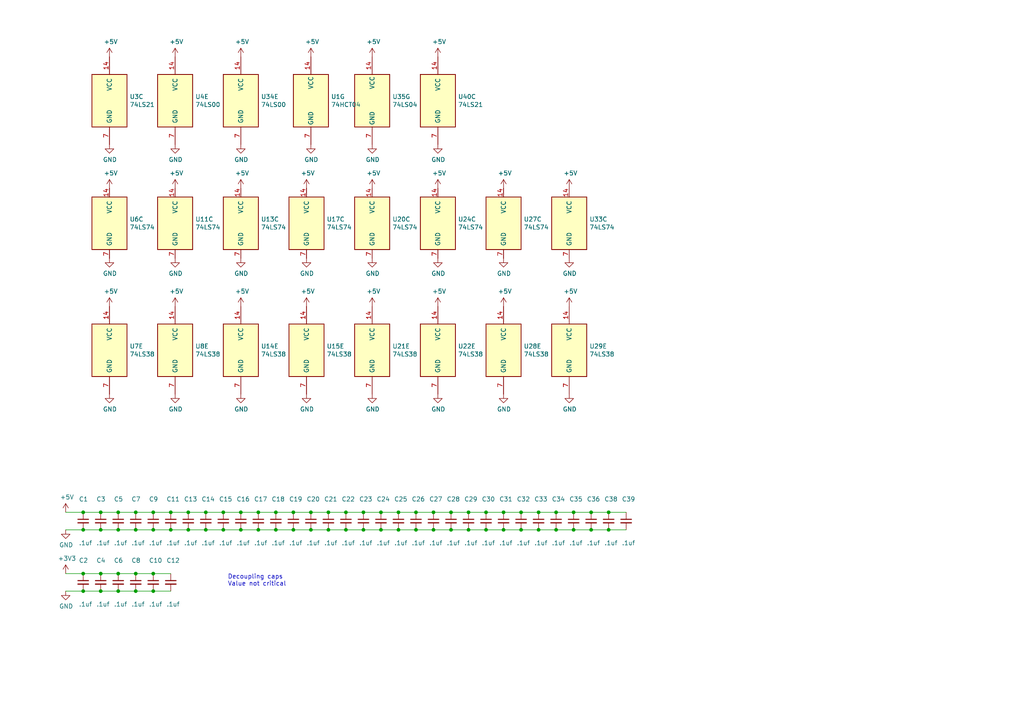
<source format=kicad_sch>
(kicad_sch (version 20230121) (generator eeschema)
  (paper "A4")
  (title_block (title "Nova FeRAM Memory Replacement") (date "2021-11-09") (rev "Mk. 0") (company "Cheese Car Systems"))
  (lib_symbols
    (symbol "74xx:74HCT04"
      (property "Reference" "U" (at 0 1.27 0))
      (property "Value" "74HCT04" (at 0 -1.27 0))
      (symbol "74HCT04_1_0"
        (pin input line (at -7.62 0 0) (length 3.81) (name "~") (number "1"))
        (pin output inverted (at 7.62 0 180) (length 3.81) (name "~") (number "2"))
      )
      (symbol "74HCT04_2_0"
        (pin input line (at -7.62 0 0) (length 3.81) (name "~") (number "3"))
        (pin output inverted (at 7.62 0 180) (length 3.81) (name "~") (number "4"))
      )
      (symbol "74HCT04_3_0"
        (pin input line (at -7.62 0 0) (length 3.81) (name "~") (number "5"))
        (pin output inverted (at 7.62 0 180) (length 3.81) (name "~") (number "6"))
      )
      (symbol "74HCT04_4_0"
        (pin output inverted (at 7.62 0 180) (length 3.81) (name "~") (number "8"))
        (pin input line (at -7.62 0 0) (length 3.81) (name "~") (number "9"))
      )
      (symbol "74HCT04_5_0"
        (pin output inverted (at 7.62 0 180) (length 3.81) (name "~") (number "10"))
        (pin input line (at -7.62 0 0) (length 3.81) (name "~") (number "11"))
      )
      (symbol "74HCT04_6_0"
        (pin output inverted (at 7.62 0 180) (length 3.81) (name "~") (number "12"))
        (pin input line (at -7.62 0 0) (length 3.81) (name "~") (number "13"))
      )
      (symbol "74HCT04_7_0"
        (pin power_in line (at 0 12.7 270) (length 5.08) (name "VCC") (number "14"))
        (pin power_in line (at 0 -12.7 90) (length 5.08) (name "GND") (number "7"))
      )
    )
    (symbol "74xx:74LS00" (pin_names (offset 1.016))
      (property "Reference" "U" (at 0 1.27 0))
      (property "Value" "74LS00" (at 0 -1.27 0))
      (symbol "74LS00_1_1"
        (pin input line (at -7.62 2.54 0) (length 3.81) (name "~") (number "1"))
        (pin input line (at -7.62 -2.54 0) (length 3.81) (name "~") (number "2"))
        (pin output inverted (at 7.62 0 180) (length 3.81) (name "~") (number "3"))
      )
      (symbol "74LS00_1_2"
        (pin input inverted (at -7.62 2.54 0) (length 4.318) (name "~") (number "1"))
        (pin input inverted (at -7.62 -2.54 0) (length 4.318) (name "~") (number "2"))
        (pin output line (at 7.62 0 180) (length 3.81) (name "~") (number "3"))
      )
      (symbol "74LS00_2_1"
        (pin input line (at -7.62 2.54 0) (length 3.81) (name "~") (number "4"))
        (pin input line (at -7.62 -2.54 0) (length 3.81) (name "~") (number "5"))
        (pin output inverted (at 7.62 0 180) (length 3.81) (name "~") (number "6"))
      )
      (symbol "74LS00_2_2"
        (pin input inverted (at -7.62 2.54 0) (length 4.318) (name "~") (number "4"))
        (pin input inverted (at -7.62 -2.54 0) (length 4.318) (name "~") (number "5"))
        (pin output line (at 7.62 0 180) (length 3.81) (name "~") (number "6"))
      )
      (symbol "74LS00_3_1"
        (pin input line (at -7.62 -2.54 0) (length 3.81) (name "~") (number "10"))
        (pin output inverted (at 7.62 0 180) (length 3.81) (name "~") (number "8"))
        (pin input line (at -7.62 2.54 0) (length 3.81) (name "~") (number "9"))
      )
      (symbol "74LS00_3_2"
        (pin input inverted (at -7.62 -2.54 0) (length 4.318) (name "~") (number "10"))
        (pin output line (at 7.62 0 180) (length 3.81) (name "~") (number "8"))
        (pin input inverted (at -7.62 2.54 0) (length 4.318) (name "~") (number "9"))
      )
      (symbol "74LS00_4_1"
        (pin output inverted (at 7.62 0 180) (length 3.81) (name "~") (number "11"))
        (pin input line (at -7.62 2.54 0) (length 3.81) (name "~") (number "12"))
        (pin input line (at -7.62 -2.54 0) (length 3.81) (name "~") (number "13"))
      )
      (symbol "74LS00_4_2"
        (pin output line (at 7.62 0 180) (length 3.81) (name "~") (number "11"))
        (pin input inverted (at -7.62 2.54 0) (length 4.318) (name "~") (number "12"))
        (pin input inverted (at -7.62 -2.54 0) (length 4.318) (name "~") (number "13"))
      )
      (symbol "74LS00_5_0"
        (pin power_in line (at 0 12.7 270) (length 5.08) (name "VCC") (number "14"))
        (pin power_in line (at 0 -12.7 90) (length 5.08) (name "GND") (number "7"))
      )
    )
    (symbol "74xx:74LS04"
      (property "Reference" "U" (at 0 1.27 0))
      (property "Value" "74LS04" (at 0 -1.27 0))
      (symbol "74LS04_1_0"
        (pin input line (at -7.62 0 0) (length 3.81) (name "~") (number "1"))
        (pin output inverted (at 7.62 0 180) (length 3.81) (name "~") (number "2"))
      )
      (symbol "74LS04_2_0"
        (pin input line (at -7.62 0 0) (length 3.81) (name "~") (number "3"))
        (pin output inverted (at 7.62 0 180) (length 3.81) (name "~") (number "4"))
      )
      (symbol "74LS04_3_0"
        (pin input line (at -7.62 0 0) (length 3.81) (name "~") (number "5"))
        (pin output inverted (at 7.62 0 180) (length 3.81) (name "~") (number "6"))
      )
      (symbol "74LS04_4_0"
        (pin output inverted (at 7.62 0 180) (length 3.81) (name "~") (number "8"))
        (pin input line (at -7.62 0 0) (length 3.81) (name "~") (number "9"))
      )
      (symbol "74LS04_5_0"
        (pin output inverted (at 7.62 0 180) (length 3.81) (name "~") (number "10"))
        (pin input line (at -7.62 0 0) (length 3.81) (name "~") (number "11"))
      )
      (symbol "74LS04_6_0"
        (pin output inverted (at 7.62 0 180) (length 3.81) (name "~") (number "12"))
        (pin input line (at -7.62 0 0) (length 3.81) (name "~") (number "13"))
      )
      (symbol "74LS04_7_0"
        (pin power_in line (at 0 12.7 270) (length 5.08) (name "VCC") (number "14"))
        (pin power_in line (at 0 -12.7 90) (length 5.08) (name "GND") (number "7"))
      )
    )
    (symbol "74xx:74LS21" (pin_names (offset 1.016))
      (property "Reference" "U" (at 0 1.27 0))
      (property "Value" "74LS21" (at 0 -1.27 0))
      (symbol "74LS21_1_1"
        (pin input line (at -7.62 3.81 0) (length 3.81) (name "~") (number "1"))
        (pin input line (at -7.62 1.27 0) (length 3.81) (name "~") (number "2"))
        (pin input line (at -7.62 -1.27 0) (length 3.81) (name "~") (number "4"))
        (pin input line (at -7.62 -3.81 0) (length 3.81) (name "~") (number "5"))
        (pin output line (at 7.62 0 180) (length 3.81) (name "~") (number "6"))
      )
      (symbol "74LS21_1_2"
        (pin input inverted (at -7.62 3.81 0) (length 3.81) (name "~") (number "1"))
        (pin input inverted (at -7.62 1.27 0) (length 4.826) (name "~") (number "2"))
        (pin input inverted (at -7.62 -1.27 0) (length 4.826) (name "~") (number "4"))
        (pin input inverted (at -7.62 -3.81 0) (length 3.81) (name "~") (number "5"))
        (pin output inverted (at 7.62 0 180) (length 3.81) (name "~") (number "6"))
      )
      (symbol "74LS21_2_1"
        (pin input line (at -7.62 1.27 0) (length 3.81) (name "~") (number "10"))
        (pin input line (at -7.62 -1.27 0) (length 3.81) (name "~") (number "12"))
        (pin input line (at -7.62 -3.81 0) (length 3.81) (name "~") (number "13"))
        (pin output line (at 7.62 0 180) (length 3.81) (name "~") (number "8"))
        (pin input line (at -7.62 3.81 0) (length 3.81) (name "~") (number "9"))
      )
      (symbol "74LS21_2_2"
        (pin input inverted (at -7.62 1.27 0) (length 4.826) (name "~") (number "10"))
        (pin input inverted (at -7.62 -1.27 0) (length 4.826) (name "~") (number "12"))
        (pin input inverted (at -7.62 -3.81 0) (length 3.81) (name "~") (number "13"))
        (pin output inverted (at 7.62 0 180) (length 3.81) (name "~") (number "8"))
        (pin input inverted (at -7.62 3.81 0) (length 3.81) (name "~") (number "9"))
      )
      (symbol "74LS21_3_0"
        (pin power_in line (at 0 12.7 270) (length 5.08) (name "VCC") (number "14"))
        (pin power_in line (at 0 -12.7 90) (length 5.08) (name "GND") (number "7"))
      )
    )
    (symbol "74xx:74LS38" (pin_names (offset 1.016))
      (property "Reference" "U" (at 0 1.27 0))
      (property "Value" "74LS38" (at 0 -1.27 0))
      (symbol "74LS38_1_1"
        (pin input line (at -7.62 2.54 0) (length 3.81) (name "~") (number "1"))
        (pin input line (at -7.62 -2.54 0) (length 3.81) (name "~") (number "2"))
        (pin open_collector inverted (at 7.62 0 180) (length 3.81) (name "~") (number "3"))
      )
      (symbol "74LS38_1_2"
        (pin input inverted (at -7.62 2.54 0) (length 4.318) (name "~") (number "1"))
        (pin input inverted (at -7.62 -2.54 0) (length 4.318) (name "~") (number "2"))
        (pin open_collector line (at 7.62 0 180) (length 3.81) (name "~") (number "3"))
      )
      (symbol "74LS38_2_1"
        (pin input line (at -7.62 2.54 0) (length 3.81) (name "~") (number "4"))
        (pin input line (at -7.62 -2.54 0) (length 3.81) (name "~") (number "5"))
        (pin open_collector inverted (at 7.62 0 180) (length 3.81) (name "~") (number "6"))
      )
      (symbol "74LS38_2_2"
        (pin input inverted (at -7.62 2.54 0) (length 4.318) (name "~") (number "4"))
        (pin input inverted (at -7.62 -2.54 0) (length 4.318) (name "~") (number "5"))
        (pin open_collector line (at 7.62 0 180) (length 3.81) (name "~") (number "6"))
      )
      (symbol "74LS38_3_1"
        (pin input line (at -7.62 -2.54 0) (length 3.81) (name "~") (number "10"))
        (pin open_collector inverted (at 7.62 0 180) (length 3.81) (name "~") (number "8"))
        (pin input line (at -7.62 2.54 0) (length 3.81) (name "~") (number "9"))
      )
      (symbol "74LS38_3_2"
        (pin input inverted (at -7.62 -2.54 0) (length 4.318) (name "~") (number "10"))
        (pin open_collector line (at 7.62 0 180) (length 3.81) (name "~") (number "8"))
        (pin input inverted (at -7.62 2.54 0) (length 4.318) (name "~") (number "9"))
      )
      (symbol "74LS38_4_1"
        (pin open_collector inverted (at 7.62 0 180) (length 3.81) (name "~") (number "11"))
        (pin input line (at -7.62 2.54 0) (length 3.81) (name "~") (number "12"))
        (pin input line (at -7.62 -2.54 0) (length 3.81) (name "~") (number "13"))
      )
      (symbol "74LS38_4_2"
        (pin open_collector line (at 7.62 0 180) (length 3.81) (name "~") (number "11"))
        (pin input inverted (at -7.62 2.54 0) (length 4.318) (name "~") (number "12"))
        (pin input inverted (at -7.62 -2.54 0) (length 4.318) (name "~") (number "13"))
      )
      (symbol "74LS38_5_0"
        (pin power_in line (at 0 12.7 270) (length 5.08) (name "VCC") (number "14"))
        (pin power_in line (at 0 -12.7 90) (length 5.08) (name "GND") (number "7"))
      )
    )
    (symbol "74xx:74LS74" (pin_names (offset 1.016))
      (property "Reference" "U" (at -7.62 8.89 0))
      (property "Value" "74LS74" (at -7.62 -8.89 0))
      (symbol "74LS74_1_0"
        (pin input line (at 0 -7.62 90) (length 2.54) (name "~{R}") (number "1"))
        (pin input line (at -7.62 2.54 0) (length 2.54) (name "D") (number "2"))
        (pin input clock (at -7.62 0 0) (length 2.54) (name "C") (number "3"))
        (pin input line (at 0 7.62 270) (length 2.54) (name "~{S}") (number "4"))
        (pin output line (at 7.62 2.54 180) (length 2.54) (name "Q") (number "5"))
        (pin output line (at 7.62 -2.54 180) (length 2.54) (name "~{Q}") (number "6"))
      )
      (symbol "74LS74_2_0"
        (pin input line (at 0 7.62 270) (length 2.54) (name "~{S}") (number "10"))
        (pin input clock (at -7.62 0 0) (length 2.54) (name "C") (number "11"))
        (pin input line (at -7.62 2.54 0) (length 2.54) (name "D") (number "12"))
        (pin input line (at 0 -7.62 90) (length 2.54) (name "~{R}") (number "13"))
        (pin output line (at 7.62 -2.54 180) (length 2.54) (name "~{Q}") (number "8"))
        (pin output line (at 7.62 2.54 180) (length 2.54) (name "Q") (number "9"))
      )
      (symbol "74LS74_3_0"
        (pin power_in line (at 0 10.16 270) (length 2.54) (name "VCC") (number "14"))
        (pin power_in line (at 0 -10.16 90) (length 2.54) (name "GND") (number "7"))
      )
    )
    (symbol "Device:C_Small" (pin_numbers hide) (pin_names (offset 0.254) hide)
      (property "Reference" "C" (at 0.254 1.778 0))
      (property "Value" "C_Small" (at 0.254 -2.032 0))
      (symbol "C_Small_1_1"
        (pin passive line (at 0 2.54 270) (length 2.032) (name "~") (number "1"))
        (pin passive line (at 0 -2.54 90) (length 2.032) (name "~") (number "2"))
      )
    )
    (symbol "power:+3V3" (power) (pin_names (offset 0))
      (property "Value" "+3V3" (at 0 3.556 0))
      (symbol "+3V3_1_1"
        (pin power_in line (at 0 0 90) (length 0) hide (name "+3V3") (number "1"))
      )
    )
    (symbol "power:+5V" (power) (pin_names (offset 0))
      (property "Value" "+5V" (at 0 3.556 0))
      (symbol "+5V_1_1"
        (pin power_in line (at 0 0 90) (length 0) hide (name "+5V") (number "1"))
      )
    )
    (symbol "power:GND" (power) (pin_names (offset 0))
      (property "Value" "GND" (at 0 -3.81 0))
      (symbol "GND_1_1"
        (pin power_in line (at 0 0 270) (length 0) hide (name "GND") (number "1"))
      )
    )
  )
  (junction (at 95.25 153.67))
  (junction (at 80.01 148.59))
  (junction (at 54.61 153.67))
  (junction (at 24.13 148.59))
  (junction (at 39.37 148.59))
  (junction (at 171.45 153.67))
  (junction (at 24.13 166.37))
  (junction (at 29.21 166.37))
  (junction (at 24.13 171.45))
  (junction (at 44.45 153.67))
  (junction (at 85.09 148.59))
  (junction (at 74.93 148.59))
  (junction (at 39.37 166.37))
  (junction (at 105.41 153.67))
  (junction (at 161.29 153.67))
  (junction (at 100.33 148.59))
  (junction (at 54.61 148.59))
  (junction (at 59.69 153.67))
  (junction (at 44.45 171.45))
  (junction (at 161.29 148.59))
  (junction (at 90.17 153.67))
  (junction (at 140.97 153.67))
  (junction (at 69.85 148.59))
  (junction (at 125.73 148.59))
  (junction (at 156.21 148.59))
  (junction (at 69.85 153.67))
  (junction (at 130.81 148.59))
  (junction (at 64.77 153.67))
  (junction (at 146.05 153.67))
  (junction (at 85.09 153.67))
  (junction (at 120.65 153.67))
  (junction (at 135.89 148.59))
  (junction (at 59.69 148.59))
  (junction (at 90.17 148.59))
  (junction (at 140.97 148.59))
  (junction (at 151.13 153.67))
  (junction (at 74.93 153.67))
  (junction (at 120.65 148.59))
  (junction (at 44.45 148.59))
  (junction (at 29.21 171.45))
  (junction (at 34.29 153.67))
  (junction (at 49.53 153.67))
  (junction (at 110.49 148.59))
  (junction (at 95.25 148.59))
  (junction (at 115.57 148.59))
  (junction (at 105.41 148.59))
  (junction (at 34.29 148.59))
  (junction (at 44.45 166.37))
  (junction (at 29.21 148.59))
  (junction (at 171.45 148.59))
  (junction (at 49.53 148.59))
  (junction (at 135.89 153.67))
  (junction (at 146.05 148.59))
  (junction (at 130.81 153.67))
  (junction (at 115.57 153.67))
  (junction (at 39.37 171.45))
  (junction (at 125.73 153.67))
  (junction (at 156.21 153.67))
  (junction (at 151.13 148.59))
  (junction (at 80.01 153.67))
  (junction (at 24.13 153.67))
  (junction (at 34.29 166.37))
  (junction (at 39.37 153.67))
  (junction (at 166.37 148.59))
  (junction (at 176.53 153.67))
  (junction (at 34.29 171.45))
  (junction (at 110.49 153.67))
  (junction (at 100.33 153.67))
  (junction (at 166.37 153.67))
  (junction (at 29.21 153.67))
  (junction (at 176.53 148.59))
  (junction (at 64.77 148.59))
  (wire (pts (xy 95.25 148.59) (xy 90.17 148.59)))
  (wire (pts (xy 39.37 171.45) (xy 44.45 171.45)))
  (wire (pts (xy 24.13 153.67) (xy 29.21 153.67)))
  (wire (pts (xy 64.77 148.59) (xy 59.69 148.59)))
  (wire (pts (xy 44.45 166.37) (xy 49.53 166.37)))
  (wire (pts (xy 176.53 153.67) (xy 181.61 153.67)))
  (wire (pts (xy 19.05 166.37) (xy 24.13 166.37)))
  (wire (pts (xy 100.33 148.59) (xy 95.25 148.59)))
  (wire (pts (xy 161.29 148.59) (xy 156.21 148.59)))
  (wire (pts (xy 44.45 153.67) (xy 49.53 153.67)))
  (wire (pts (xy 80.01 148.59) (xy 74.93 148.59)))
  (wire (pts (xy 85.09 148.59) (xy 80.01 148.59)))
  (wire (pts (xy 120.65 153.67) (xy 125.73 153.67)))
  (wire (pts (xy 146.05 148.59) (xy 140.97 148.59)))
  (wire (pts (xy 140.97 153.67) (xy 146.05 153.67)))
  (wire (pts (xy 151.13 153.67) (xy 156.21 153.67)))
  (wire (pts (xy 29.21 153.67) (xy 34.29 153.67)))
  (wire (pts (xy 171.45 148.59) (xy 176.53 148.59)))
  (wire (pts (xy 24.13 166.37) (xy 29.21 166.37)))
  (wire (pts (xy 24.13 171.45) (xy 29.21 171.45)))
  (wire (pts (xy 130.81 148.59) (xy 125.73 148.59)))
  (wire (pts (xy 39.37 148.59) (xy 34.29 148.59)))
  (wire (pts (xy 59.69 148.59) (xy 54.61 148.59)))
  (wire (pts (xy 69.85 153.67) (xy 74.93 153.67)))
  (wire (pts (xy 74.93 153.67) (xy 80.01 153.67)))
  (wire (pts (xy 130.81 153.67) (xy 135.89 153.67)))
  (wire (pts (xy 24.13 153.67) (xy 19.05 153.67)))
  (wire (pts (xy 49.53 148.59) (xy 44.45 148.59)))
  (wire (pts (xy 90.17 153.67) (xy 95.25 153.67)))
  (wire (pts (xy 64.77 153.67) (xy 69.85 153.67)))
  (wire (pts (xy 39.37 153.67) (xy 44.45 153.67)))
  (wire (pts (xy 135.89 148.59) (xy 130.81 148.59)))
  (wire (pts (xy 90.17 148.59) (xy 85.09 148.59)))
  (wire (pts (xy 135.89 153.67) (xy 140.97 153.67)))
  (wire (pts (xy 105.41 148.59) (xy 100.33 148.59)))
  (wire (pts (xy 34.29 148.59) (xy 29.21 148.59)))
  (wire (pts (xy 85.09 153.67) (xy 90.17 153.67)))
  (wire (pts (xy 44.45 148.59) (xy 39.37 148.59)))
  (wire (pts (xy 120.65 148.59) (xy 115.57 148.59)))
  (wire (pts (xy 110.49 153.67) (xy 115.57 153.67)))
  (wire (pts (xy 105.41 153.67) (xy 110.49 153.67)))
  (wire (pts (xy 115.57 148.59) (xy 110.49 148.59)))
  (wire (pts (xy 171.45 153.67) (xy 176.53 153.67)))
  (wire (pts (xy 74.93 148.59) (xy 69.85 148.59)))
  (wire (pts (xy 29.21 171.45) (xy 34.29 171.45)))
  (wire (pts (xy 125.73 153.67) (xy 130.81 153.67)))
  (wire (pts (xy 19.05 148.59) (xy 24.13 148.59)))
  (wire (pts (xy 95.25 153.67) (xy 100.33 153.67)))
  (wire (pts (xy 34.29 153.67) (xy 39.37 153.67)))
  (wire (pts (xy 24.13 171.45) (xy 19.05 171.45)))
  (wire (pts (xy 29.21 166.37) (xy 34.29 166.37)))
  (wire (pts (xy 140.97 148.59) (xy 135.89 148.59)))
  (wire (pts (xy 29.21 148.59) (xy 24.13 148.59)))
  (wire (pts (xy 49.53 153.67) (xy 54.61 153.67)))
  (wire (pts (xy 156.21 148.59) (xy 151.13 148.59)))
  (wire (pts (xy 69.85 148.59) (xy 64.77 148.59)))
  (wire (pts (xy 115.57 153.67) (xy 120.65 153.67)))
  (wire (pts (xy 34.29 166.37) (xy 39.37 166.37)))
  (wire (pts (xy 44.45 171.45) (xy 49.53 171.45)))
  (wire (pts (xy 156.21 153.67) (xy 161.29 153.67)))
  (wire (pts (xy 151.13 148.59) (xy 146.05 148.59)))
  (wire (pts (xy 166.37 148.59) (xy 161.29 148.59)))
  (wire (pts (xy 54.61 148.59) (xy 49.53 148.59)))
  (wire (pts (xy 176.53 148.59) (xy 181.61 148.59)))
  (wire (pts (xy 146.05 153.67) (xy 151.13 153.67)))
  (wire (pts (xy 125.73 148.59) (xy 120.65 148.59)))
  (wire (pts (xy 100.33 153.67) (xy 105.41 153.67)))
  (wire (pts (xy 34.29 171.45) (xy 39.37 171.45)))
  (wire (pts (xy 39.37 166.37) (xy 44.45 166.37)))
  (wire (pts (xy 161.29 153.67) (xy 166.37 153.67)))
  (wire (pts (xy 171.45 148.59) (xy 166.37 148.59)))
  (wire (pts (xy 59.69 153.67) (xy 64.77 153.67)))
  (wire (pts (xy 80.01 153.67) (xy 85.09 153.67)))
  (wire (pts (xy 110.49 148.59) (xy 105.41 148.59)))
  (wire (pts (xy 166.37 153.67) (xy 171.45 153.67)))
  (wire (pts (xy 54.61 153.67) (xy 59.69 153.67)))
  (text "Decoupling caps\nValue not critical" (at 66.04 170.18 0) (effects (font (size 1.27 1.27)) (justify left bottom)))
  (symbol (lib_id "74xx:74LS38") (at 31.75 101.6 0) (unit 5)
    (property "Reference" "U7" (at 37.592 100.4316 0) (effects (justify left)))
    (property "Value" "74LS38" (at 37.592 102.743 0) (effects (justify left)))
    (property "Footprint" "Package_DIP:DIP-14_W7.62mm_Socket_LongPads" (effects hide))
    (property "Datasheet" "http://www.ti.com/lit/gpn/sn74LS38" (effects hide))
    (instances (project "NovaMem" (path "" (reference "U7") (unit 5)) (path "" (reference "U?") (unit 5))))
  )
  (symbol (lib_id "74xx:74LS38") (at 50.8 101.6 0) (unit 5)
    (property "Reference" "U8" (at 56.642 100.4316 0) (effects (justify left)))
    (property "Value" "74LS38" (at 56.642 102.743 0) (effects (justify left)))
    (property "Footprint" "Package_DIP:DIP-14_W7.62mm_Socket_LongPads" (effects hide))
    (property "Datasheet" "http://www.ti.com/lit/gpn/sn74LS38" (effects hide))
    (instances (project "NovaMem" (path "" (reference "U8") (unit 5)) (path "" (reference "U?") (unit 5))))
  )
  (symbol (lib_id "74xx:74LS38") (at 69.85 101.6 0) (unit 5)
    (property "Reference" "U14" (at 75.692 100.4316 0) (effects (justify left)))
    (property "Value" "74LS38" (at 75.692 102.743 0) (effects (justify left)))
    (property "Footprint" "Package_DIP:DIP-14_W7.62mm_Socket_LongPads" (effects hide))
    (property "Datasheet" "http://www.ti.com/lit/gpn/sn74LS38" (effects hide))
    (instances (project "NovaMem" (path "" (reference "U14") (unit 5)) (path "" (reference "U?") (unit 5))))
  )
  (symbol (lib_id "74xx:74LS38") (at 88.9 101.6 0) (unit 5)
    (property "Reference" "U15" (at 94.742 100.4316 0) (effects (justify left)))
    (property "Value" "74LS38" (at 94.742 102.743 0) (effects (justify left)))
    (property "Footprint" "Package_DIP:DIP-14_W7.62mm_Socket_LongPads" (effects hide))
    (property "Datasheet" "http://www.ti.com/lit/gpn/sn74LS38" (effects hide))
    (instances (project "NovaMem" (path "" (reference "U15") (unit 5)) (path "" (reference "U?") (unit 5))))
  )
  (symbol (lib_id "74xx:74LS38") (at 107.95 101.6 0) (unit 5)
    (property "Reference" "U21" (at 113.792 100.4316 0) (effects (justify left)))
    (property "Value" "74LS38" (at 113.792 102.743 0) (effects (justify left)))
    (property "Footprint" "Package_DIP:DIP-14_W7.62mm_Socket_LongPads" (effects hide))
    (property "Datasheet" "http://www.ti.com/lit/gpn/sn74LS38" (effects hide))
    (instances (project "NovaMem" (path "" (reference "U21") (unit 5)) (path "" (reference "U?") (unit 5))))
  )
  (symbol (lib_id "74xx:74LS38") (at 127 101.6 0) (unit 5)
    (property "Reference" "U22" (at 132.842 100.4316 0) (effects (justify left)))
    (property "Value" "74LS38" (at 132.842 102.743 0) (effects (justify left)))
    (property "Footprint" "Package_DIP:DIP-14_W7.62mm_Socket_LongPads" (effects hide))
    (property "Datasheet" "http://www.ti.com/lit/gpn/sn74LS38" (effects hide))
    (instances (project "NovaMem" (path "" (reference "U22") (unit 5)) (path "" (reference "U?") (unit 5))))
  )
  (symbol (lib_id "74xx:74LS38") (at 146.05 101.6 0) (unit 5)
    (property "Reference" "U28" (at 151.892 100.4316 0) (effects (justify left)))
    (property "Value" "74LS38" (at 151.892 102.743 0) (effects (justify left)))
    (property "Footprint" "Package_DIP:DIP-14_W7.62mm_Socket_LongPads" (effects hide))
    (property "Datasheet" "http://www.ti.com/lit/gpn/sn74LS38" (effects hide))
    (instances (project "NovaMem" (path "" (reference "U28") (unit 5)) (path "" (reference "U?") (unit 5))))
  )
  (symbol (lib_id "74xx:74LS38") (at 165.1 101.6 0) (unit 5)
    (property "Reference" "U29" (at 170.942 100.4316 0) (effects (justify left)))
    (property "Value" "74LS38" (at 170.942 102.743 0) (effects (justify left)))
    (property "Footprint" "Package_DIP:DIP-14_W7.62mm_Socket_LongPads" (effects hide))
    (property "Datasheet" "http://www.ti.com/lit/gpn/sn74LS38" (effects hide))
    (instances (project "NovaMem" (path "" (reference "U29") (unit 5)) (path "" (reference "U?") (unit 5))))
  )
  (symbol (lib_id "74xx:74LS74") (at 31.75 64.77 0) (unit 3)
    (property "Reference" "U6" (at 37.592 63.6016 0) (effects (justify left)))
    (property "Value" "74LS74" (at 37.592 65.913 0) (effects (justify left)))
    (property "Footprint" "Package_DIP:DIP-14_W7.62mm_Socket_LongPads" (effects hide))
    (property "Datasheet" "74xx/74hc_hct74.pdf" (effects hide))
    (instances (project "NovaMem" (path "" (reference "U6") (unit 3)) (path "" (reference "U?") (unit 3))))
  )
  (symbol (lib_id "74xx:74LS74") (at 50.8 64.77 0) (unit 3)
    (property "Reference" "U11" (at 56.642 63.6016 0) (effects (justify left)))
    (property "Value" "74LS74" (at 56.642 65.913 0) (effects (justify left)))
    (property "Footprint" "Package_DIP:DIP-14_W7.62mm_Socket_LongPads" (effects hide))
    (property "Datasheet" "74xx/74hc_hct74.pdf" (effects hide))
    (instances (project "NovaMem" (path "" (reference "U11") (unit 3)) (path "" (reference "U?") (unit 3))))
  )
  (symbol (lib_id "74xx:74LS74") (at 69.85 64.77 0) (unit 3)
    (property "Reference" "U13" (at 75.692 63.6016 0) (effects (justify left)))
    (property "Value" "74LS74" (at 75.692 65.913 0) (effects (justify left)))
    (property "Footprint" "Package_DIP:DIP-14_W7.62mm_Socket_LongPads" (effects hide))
    (property "Datasheet" "74xx/74hc_hct74.pdf" (effects hide))
    (instances (project "NovaMem" (path "" (reference "U13") (unit 3)) (path "" (reference "U?") (unit 3))))
  )
  (symbol (lib_id "74xx:74LS74") (at 88.9 64.77 0) (unit 3)
    (property "Reference" "U17" (at 94.742 63.6016 0) (effects (justify left)))
    (property "Value" "74LS74" (at 94.742 65.913 0) (effects (justify left)))
    (property "Footprint" "Package_DIP:DIP-14_W7.62mm_Socket_LongPads" (effects hide))
    (property "Datasheet" "74xx/74hc_hct74.pdf" (effects hide))
    (instances (project "NovaMem" (path "" (reference "U17") (unit 3)) (path "" (reference "U?") (unit 3))))
  )
  (symbol (lib_id "74xx:74LS74") (at 107.95 64.77 0) (unit 3)
    (property "Reference" "U20" (at 113.792 63.6016 0) (effects (justify left)))
    (property "Value" "74LS74" (at 113.792 65.913 0) (effects (justify left)))
    (property "Footprint" "Package_DIP:DIP-14_W7.62mm_Socket_LongPads" (effects hide))
    (property "Datasheet" "74xx/74hc_hct74.pdf" (effects hide))
    (instances (project "NovaMem" (path "" (reference "U20") (unit 3)) (path "" (reference "U?") (unit 3))))
  )
  (symbol (lib_id "74xx:74LS74") (at 127 64.77 0) (unit 3)
    (property "Reference" "U24" (at 132.842 63.6016 0) (effects (justify left)))
    (property "Value" "74LS74" (at 132.842 65.913 0) (effects (justify left)))
    (property "Footprint" "Package_DIP:DIP-14_W7.62mm_Socket_LongPads" (effects hide))
    (property "Datasheet" "74xx/74hc_hct74.pdf" (effects hide))
    (instances (project "NovaMem" (path "" (reference "U24") (unit 3)) (path "" (reference "U?") (unit 3))))
  )
  (symbol (lib_id "74xx:74LS74") (at 146.05 64.77 0) (unit 3)
    (property "Reference" "U27" (at 151.892 63.6016 0) (effects (justify left)))
    (property "Value" "74LS74" (at 151.892 65.913 0) (effects (justify left)))
    (property "Footprint" "Package_DIP:DIP-14_W7.62mm_Socket_LongPads" (effects hide))
    (property "Datasheet" "74xx/74hc_hct74.pdf" (effects hide))
    (instances (project "NovaMem" (path "" (reference "U27") (unit 3)) (path "" (reference "U?") (unit 3))))
  )
  (symbol (lib_id "74xx:74LS74") (at 165.1 64.77 0) (unit 3)
    (property "Reference" "U33" (at 170.942 63.6016 0) (effects (justify left)))
    (property "Value" "74LS74" (at 170.942 65.913 0) (effects (justify left)))
    (property "Footprint" "Package_DIP:DIP-14_W7.62mm_Socket_LongPads" (effects hide))
    (property "Datasheet" "74xx/74hc_hct74.pdf" (effects hide))
    (instances (project "NovaMem" (path "" (reference "U33") (unit 3)) (path "" (reference "U?") (unit 3))))
  )
  (symbol (lib_id "74xx:74LS21") (at 31.75 29.21 0) (unit 3)
    (property "Reference" "U3" (at 37.592 28.0416 0) (effects (justify left)))
    (property "Value" "74LS21" (at 37.592 30.353 0) (effects (justify left)))
    (property "Footprint" "Package_DIP:DIP-14_W7.62mm_Socket_LongPads" (effects hide))
    (property "Datasheet" "http://www.ti.com/lit/gpn/sn74LS21" (effects hide))
    (instances (project "NovaMem" (path "" (reference "U3") (unit 3)) (path "" (reference "U?") (unit 3))))
  )
  (symbol (lib_id "power:+5V") (at 31.75 54.61 0) (unit 1)
    (property "Reference" "#PWR0134" (effects hide))
    (property "Value" "+5V" (at 32.131 50.2158 0))
  )
  (symbol (lib_id "power:+5V") (at 50.8 54.61 0) (unit 1)
    (property "Reference" "#PWR0135" (effects hide))
    (property "Value" "+5V" (at 51.181 50.2158 0))
  )
  (symbol (lib_id "power:+5V") (at 69.85 54.61 0) (unit 1)
    (property "Reference" "#PWR0136" (effects hide))
    (property "Value" "+5V" (at 70.231 50.2158 0))
  )
  (symbol (lib_id "power:+5V") (at 88.9 54.61 0) (unit 1)
    (property "Reference" "#PWR0137" (effects hide))
    (property "Value" "+5V" (at 89.281 50.2158 0))
  )
  (symbol (lib_id "power:+5V") (at 107.95 54.61 0) (unit 1)
    (property "Reference" "#PWR0138" (effects hide))
    (property "Value" "+5V" (at 108.331 50.2158 0))
  )
  (symbol (lib_id "power:+5V") (at 127 54.61 0) (unit 1)
    (property "Reference" "#PWR0139" (effects hide))
    (property "Value" "+5V" (at 127.381 50.2158 0))
  )
  (symbol (lib_id "power:+5V") (at 146.05 54.61 0) (unit 1)
    (property "Reference" "#PWR0140" (effects hide))
    (property "Value" "+5V" (at 146.431 50.2158 0))
  )
  (symbol (lib_id "power:+5V") (at 165.1 54.61 0) (unit 1)
    (property "Reference" "#PWR0141" (effects hide))
    (property "Value" "+5V" (at 165.481 50.2158 0))
  )
  (symbol (lib_id "power:+5V") (at 31.75 16.51 0) (unit 1)
    (property "Reference" "#PWR0142" (effects hide))
    (property "Value" "+5V" (at 32.131 12.1158 0))
  )
  (symbol (lib_id "power:+5V") (at 31.75 88.9 0) (unit 1)
    (property "Reference" "#PWR0143" (effects hide))
    (property "Value" "+5V" (at 32.131 84.5058 0))
  )
  (symbol (lib_id "power:+5V") (at 50.8 88.9 0) (unit 1)
    (property "Reference" "#PWR0144" (effects hide))
    (property "Value" "+5V" (at 51.181 84.5058 0))
  )
  (symbol (lib_id "power:+5V") (at 69.85 88.9 0) (unit 1)
    (property "Reference" "#PWR0145" (effects hide))
    (property "Value" "+5V" (at 70.231 84.5058 0))
  )
  (symbol (lib_id "power:+5V") (at 88.9 88.9 0) (unit 1)
    (property "Reference" "#PWR0146" (effects hide))
    (property "Value" "+5V" (at 89.281 84.5058 0))
  )
  (symbol (lib_id "power:+5V") (at 107.95 88.9 0) (unit 1)
    (property "Reference" "#PWR0147" (effects hide))
    (property "Value" "+5V" (at 108.331 84.5058 0))
  )
  (symbol (lib_id "power:+5V") (at 127 88.9 0) (unit 1)
    (property "Reference" "#PWR0148" (effects hide))
    (property "Value" "+5V" (at 127.381 84.5058 0))
  )
  (symbol (lib_id "power:+5V") (at 146.05 88.9 0) (unit 1)
    (property "Reference" "#PWR0149" (effects hide))
    (property "Value" "+5V" (at 146.431 84.5058 0))
  )
  (symbol (lib_id "power:+5V") (at 165.1 88.9 0) (unit 1)
    (property "Reference" "#PWR0150" (effects hide))
    (property "Value" "+5V" (at 165.481 84.5058 0))
  )
  (symbol (lib_id "power:GND") (at 31.75 74.93 0) (unit 1)
    (property "Reference" "#PWR0151" (effects hide))
    (property "Value" "GND" (at 31.877 79.3242 0))
  )
  (symbol (lib_id "power:GND") (at 50.8 74.93 0) (unit 1)
    (property "Reference" "#PWR0152" (effects hide))
    (property "Value" "GND" (at 50.927 79.3242 0))
  )
  (symbol (lib_id "power:GND") (at 69.85 74.93 0) (unit 1)
    (property "Reference" "#PWR0153" (effects hide))
    (property "Value" "GND" (at 69.977 79.3242 0))
  )
  (symbol (lib_id "power:GND") (at 88.9 74.93 0) (unit 1)
    (property "Reference" "#PWR0154" (effects hide))
    (property "Value" "GND" (at 89.027 79.3242 0))
  )
  (symbol (lib_id "power:GND") (at 107.95 74.93 0) (unit 1)
    (property "Reference" "#PWR0155" (effects hide))
    (property "Value" "GND" (at 108.077 79.3242 0))
  )
  (symbol (lib_id "power:GND") (at 127 74.93 0) (unit 1)
    (property "Reference" "#PWR0156" (effects hide))
    (property "Value" "GND" (at 127.127 79.3242 0))
  )
  (symbol (lib_id "power:GND") (at 146.05 74.93 0) (unit 1)
    (property "Reference" "#PWR0157" (effects hide))
    (property "Value" "GND" (at 146.177 79.3242 0))
  )
  (symbol (lib_id "power:GND") (at 165.1 74.93 0) (unit 1)
    (property "Reference" "#PWR0158" (effects hide))
    (property "Value" "GND" (at 165.227 79.3242 0))
  )
  (symbol (lib_id "power:GND") (at 31.75 114.3 0) (unit 1)
    (property "Reference" "#PWR0159" (effects hide))
    (property "Value" "GND" (at 31.877 118.6942 0))
  )
  (symbol (lib_id "power:GND") (at 50.8 114.3 0) (unit 1)
    (property "Reference" "#PWR0160" (effects hide))
    (property "Value" "GND" (at 50.927 118.6942 0))
  )
  (symbol (lib_id "power:GND") (at 69.85 114.3 0) (unit 1)
    (property "Reference" "#PWR0161" (effects hide))
    (property "Value" "GND" (at 69.977 118.6942 0))
  )
  (symbol (lib_id "power:GND") (at 88.9 114.3 0) (unit 1)
    (property "Reference" "#PWR0162" (effects hide))
    (property "Value" "GND" (at 89.027 118.6942 0))
  )
  (symbol (lib_id "power:GND") (at 107.95 114.3 0) (unit 1)
    (property "Reference" "#PWR0163" (effects hide))
    (property "Value" "GND" (at 108.077 118.6942 0))
  )
  (symbol (lib_id "power:GND") (at 127 114.3 0) (unit 1)
    (property "Reference" "#PWR0164" (effects hide))
    (property "Value" "GND" (at 127.127 118.6942 0))
  )
  (symbol (lib_id "power:GND") (at 146.05 114.3 0) (unit 1)
    (property "Reference" "#PWR0165" (effects hide))
    (property "Value" "GND" (at 146.177 118.6942 0))
  )
  (symbol (lib_id "power:GND") (at 165.1 114.3 0) (unit 1)
    (property "Reference" "#PWR0166" (effects hide))
    (property "Value" "GND" (at 165.227 118.6942 0))
  )
  (symbol (lib_id "power:GND") (at 31.75 41.91 0) (unit 1)
    (property "Reference" "#PWR0167" (effects hide))
    (property "Value" "GND" (at 31.877 46.3042 0))
  )
  (symbol (lib_id "74xx:74LS00") (at 50.8 29.21 0) (unit 5)
    (property "Reference" "U4" (at 56.642 28.0416 0) (effects (justify left)))
    (property "Value" "74LS00" (at 56.642 30.353 0) (effects (justify left)))
    (property "Footprint" "Package_DIP:DIP-14_W7.62mm_Socket_LongPads" (effects hide))
    (property "Datasheet" "http://www.ti.com/lit/gpn/sn74ls00" (effects hide))
    (instances (project "NovaMem" (path "" (reference "U4") (unit 5)) (path "" (reference "U?") (unit 5))))
  )
  (symbol (lib_id "power:+5V") (at 50.8 16.51 0) (unit 1)
    (property "Reference" "#PWR03" (effects hide))
    (property "Value" "+5V" (at 51.181 12.1158 0))
  )
  (symbol (lib_id "power:GND") (at 50.8 41.91 0) (unit 1)
    (property "Reference" "#PWR04" (effects hide))
    (property "Value" "GND" (at 50.927 46.3042 0))
  )
  (symbol (lib_id "74xx:74HCT04") (at 90.17 29.21 0) (unit 7)
    (property "Reference" "U1" (at 96.012 28.0416 0) (effects (justify left)))
    (property "Value" "74HCT04" (at 96.012 30.353 0) (effects (justify left)))
    (property "Footprint" "Package_DIP:DIP-14_W7.62mm_Socket_LongPads" (effects hide))
    (property "Datasheet" "https://assets.nexperia.com/documents/data-sheet/74HC_HCT04.pdf" (effects hide))
  )
  (symbol (lib_id "74xx:74LS00") (at 69.85 29.21 0) (unit 5)
    (property "Reference" "U34" (at 75.692 28.0416 0) (effects (justify left)))
    (property "Value" "74LS00" (at 75.692 30.353 0) (effects (justify left)))
    (property "Footprint" "Package_DIP:DIP-14_W7.62mm_Socket_LongPads" (effects hide))
    (property "Datasheet" "http://www.ti.com/lit/gpn/sn74ls00" (effects hide))
    (instances (project "NovaMem" (path "" (reference "U34") (unit 5)) (path "" (reference "U?") (unit 5))))
  )
  (symbol (lib_id "power:+5V") (at 69.85 16.51 0) (unit 1)
    (property "Reference" "#PWR05" (effects hide))
    (property "Value" "+5V" (at 70.231 12.1158 0))
  )
  (symbol (lib_id "power:GND") (at 69.85 41.91 0) (unit 1)
    (property "Reference" "#PWR06" (effects hide))
    (property "Value" "GND" (at 69.977 46.3042 0))
  )
  (symbol (lib_id "power:GND") (at 90.17 41.91 0) (unit 1)
    (property "Reference" "#PWR08" (effects hide))
    (property "Value" "GND" (at 90.297 46.3042 0))
  )
  (symbol (lib_id "power:+5V") (at 90.17 16.51 0) (unit 1)
    (property "Reference" "#PWR07" (effects hide))
    (property "Value" "+5V" (at 90.551 12.1158 0))
  )
  (symbol (lib_id "Device:C_Small") (at 24.13 151.13 0) (unit 1)
    (property "Reference" "C1" (at 22.86 144.78 0) (effects (justify left)))
    (property "Value" ".1uf" (at 22.86 157.48 0) (effects (justify left)))
    (property "Footprint" "Capacitor_THT:C_Disc_D3.4mm_W2.1mm_P2.50mm" (effects hide))
  )
  (symbol (lib_id "Device:C_Small") (at 29.21 151.13 0) (unit 1)
    (property "Reference" "C3" (at 27.94 144.78 0) (effects (justify left)))
    (property "Value" ".1uf" (at 27.94 157.48 0) (effects (justify left)))
    (property "Footprint" "Capacitor_THT:C_Disc_D3.4mm_W2.1mm_P2.50mm" (effects hide))
  )
  (symbol (lib_id "Device:C_Small") (at 34.29 151.13 0) (unit 1)
    (property "Reference" "C5" (at 33.02 144.78 0) (effects (justify left)))
    (property "Value" ".1uf" (at 33.02 157.48 0) (effects (justify left)))
    (property "Footprint" "Capacitor_THT:C_Disc_D3.4mm_W2.1mm_P2.50mm" (effects hide))
  )
  (symbol (lib_id "Device:C_Small") (at 39.37 151.13 0) (unit 1)
    (property "Reference" "C7" (at 38.1 144.78 0) (effects (justify left)))
    (property "Value" ".1uf" (at 38.1 157.48 0) (effects (justify left)))
    (property "Footprint" "Capacitor_THT:C_Disc_D3.4mm_W2.1mm_P2.50mm" (effects hide))
  )
  (symbol (lib_id "Device:C_Small") (at 44.45 151.13 0) (unit 1)
    (property "Reference" "C9" (at 43.18 144.78 0) (effects (justify left)))
    (property "Value" ".1uf" (at 43.18 157.48 0) (effects (justify left)))
    (property "Footprint" "Capacitor_THT:C_Disc_D3.4mm_W2.1mm_P2.50mm" (effects hide))
  )
  (symbol (lib_id "Device:C_Small") (at 49.53 151.13 0) (unit 1)
    (property "Reference" "C11" (at 48.26 144.78 0) (effects (justify left)))
    (property "Value" ".1uf" (at 48.26 157.48 0) (effects (justify left)))
    (property "Footprint" "Capacitor_THT:C_Disc_D3.4mm_W2.1mm_P2.50mm" (effects hide))
  )
  (symbol (lib_id "Device:C_Small") (at 54.61 151.13 0) (unit 1)
    (property "Reference" "C13" (at 53.34 144.78 0) (effects (justify left)))
    (property "Value" ".1uf" (at 53.34 157.48 0) (effects (justify left)))
    (property "Footprint" "Capacitor_THT:C_Disc_D3.4mm_W2.1mm_P2.50mm" (effects hide))
  )
  (symbol (lib_id "Device:C_Small") (at 59.69 151.13 0) (unit 1)
    (property "Reference" "C14" (at 58.42 144.78 0) (effects (justify left)))
    (property "Value" ".1uf" (at 58.42 157.48 0) (effects (justify left)))
    (property "Footprint" "Capacitor_THT:C_Disc_D3.4mm_W2.1mm_P2.50mm" (effects hide))
  )
  (symbol (lib_id "Device:C_Small") (at 64.77 151.13 0) (unit 1)
    (property "Reference" "C15" (at 63.5 144.78 0) (effects (justify left)))
    (property "Value" ".1uf" (at 63.5 157.48 0) (effects (justify left)))
    (property "Footprint" "Capacitor_THT:C_Disc_D3.4mm_W2.1mm_P2.50mm" (effects hide))
  )
  (symbol (lib_id "Device:C_Small") (at 69.85 151.13 0) (unit 1)
    (property "Reference" "C16" (at 68.58 144.78 0) (effects (justify left)))
    (property "Value" ".1uf" (at 68.58 157.48 0) (effects (justify left)))
    (property "Footprint" "Capacitor_THT:C_Disc_D3.4mm_W2.1mm_P2.50mm" (effects hide))
  )
  (symbol (lib_id "Device:C_Small") (at 74.93 151.13 0) (unit 1)
    (property "Reference" "C17" (at 73.66 144.78 0) (effects (justify left)))
    (property "Value" ".1uf" (at 73.66 157.48 0) (effects (justify left)))
    (property "Footprint" "Capacitor_THT:C_Disc_D3.4mm_W2.1mm_P2.50mm" (effects hide))
  )
  (symbol (lib_id "Device:C_Small") (at 80.01 151.13 0) (unit 1)
    (property "Reference" "C18" (at 78.74 144.78 0) (effects (justify left)))
    (property "Value" ".1uf" (at 78.74 157.48 0) (effects (justify left)))
    (property "Footprint" "Capacitor_THT:C_Disc_D3.4mm_W2.1mm_P2.50mm" (effects hide))
  )
  (symbol (lib_id "Device:C_Small") (at 85.09 151.13 0) (unit 1)
    (property "Reference" "C19" (at 83.82 144.78 0) (effects (justify left)))
    (property "Value" ".1uf" (at 83.82 157.48 0) (effects (justify left)))
    (property "Footprint" "Capacitor_THT:C_Disc_D3.4mm_W2.1mm_P2.50mm" (effects hide))
  )
  (symbol (lib_id "Device:C_Small") (at 90.17 151.13 0) (unit 1)
    (property "Reference" "C20" (at 88.9 144.78 0) (effects (justify left)))
    (property "Value" ".1uf" (at 88.9 157.48 0) (effects (justify left)))
    (property "Footprint" "Capacitor_THT:C_Disc_D3.4mm_W2.1mm_P2.50mm" (effects hide))
  )
  (symbol (lib_id "Device:C_Small") (at 95.25 151.13 0) (unit 1)
    (property "Reference" "C21" (at 93.98 144.78 0) (effects (justify left)))
    (property "Value" ".1uf" (at 93.98 157.48 0) (effects (justify left)))
    (property "Footprint" "Capacitor_THT:C_Disc_D3.4mm_W2.1mm_P2.50mm" (effects hide))
  )
  (symbol (lib_id "Device:C_Small") (at 100.33 151.13 0) (unit 1)
    (property "Reference" "C22" (at 99.06 144.78 0) (effects (justify left)))
    (property "Value" ".1uf" (at 99.06 157.48 0) (effects (justify left)))
    (property "Footprint" "Capacitor_THT:C_Disc_D3.4mm_W2.1mm_P2.50mm" (effects hide))
  )
  (symbol (lib_id "Device:C_Small") (at 105.41 151.13 0) (unit 1)
    (property "Reference" "C23" (at 104.14 144.78 0) (effects (justify left)))
    (property "Value" ".1uf" (at 104.14 157.48 0) (effects (justify left)))
    (property "Footprint" "Capacitor_THT:C_Disc_D3.4mm_W2.1mm_P2.50mm" (effects hide))
  )
  (symbol (lib_id "Device:C_Small") (at 110.49 151.13 0) (unit 1)
    (property "Reference" "C24" (at 109.22 144.78 0) (effects (justify left)))
    (property "Value" ".1uf" (at 109.22 157.48 0) (effects (justify left)))
    (property "Footprint" "Capacitor_THT:C_Disc_D3.4mm_W2.1mm_P2.50mm" (effects hide))
  )
  (symbol (lib_id "Device:C_Small") (at 115.57 151.13 0) (unit 1)
    (property "Reference" "C25" (at 114.3 144.78 0) (effects (justify left)))
    (property "Value" ".1uf" (at 114.3 157.48 0) (effects (justify left)))
    (property "Footprint" "Capacitor_THT:C_Disc_D3.4mm_W2.1mm_P2.50mm" (effects hide))
  )
  (symbol (lib_id "Device:C_Small") (at 120.65 151.13 0) (unit 1)
    (property "Reference" "C26" (at 119.38 144.78 0) (effects (justify left)))
    (property "Value" ".1uf" (at 119.38 157.48 0) (effects (justify left)))
    (property "Footprint" "Capacitor_THT:C_Disc_D3.4mm_W2.1mm_P2.50mm" (effects hide))
  )
  (symbol (lib_id "Device:C_Small") (at 125.73 151.13 0) (unit 1)
    (property "Reference" "C27" (at 124.46 144.78 0) (effects (justify left)))
    (property "Value" ".1uf" (at 124.46 157.48 0) (effects (justify left)))
    (property "Footprint" "Capacitor_THT:C_Disc_D3.4mm_W2.1mm_P2.50mm" (effects hide))
  )
  (symbol (lib_id "Device:C_Small") (at 130.81 151.13 0) (unit 1)
    (property "Reference" "C28" (at 129.54 144.78 0) (effects (justify left)))
    (property "Value" ".1uf" (at 129.54 157.48 0) (effects (justify left)))
    (property "Footprint" "Capacitor_THT:C_Disc_D3.4mm_W2.1mm_P2.50mm" (effects hide))
  )
  (symbol (lib_id "Device:C_Small") (at 135.89 151.13 0) (unit 1)
    (property "Reference" "C29" (at 134.62 144.78 0) (effects (justify left)))
    (property "Value" ".1uf" (at 134.62 157.48 0) (effects (justify left)))
    (property "Footprint" "Capacitor_THT:C_Disc_D3.4mm_W2.1mm_P2.50mm" (effects hide))
  )
  (symbol (lib_id "Device:C_Small") (at 140.97 151.13 0) (unit 1)
    (property "Reference" "C30" (at 139.7 144.78 0) (effects (justify left)))
    (property "Value" ".1uf" (at 139.7 157.48 0) (effects (justify left)))
    (property "Footprint" "Capacitor_THT:C_Disc_D3.4mm_W2.1mm_P2.50mm" (effects hide))
  )
  (symbol (lib_id "Device:C_Small") (at 146.05 151.13 0) (unit 1)
    (property "Reference" "C31" (at 144.78 144.78 0) (effects (justify left)))
    (property "Value" ".1uf" (at 144.78 157.48 0) (effects (justify left)))
    (property "Footprint" "Capacitor_THT:C_Disc_D3.4mm_W2.1mm_P2.50mm" (effects hide))
  )
  (symbol (lib_id "Device:C_Small") (at 151.13 151.13 0) (unit 1)
    (property "Reference" "C32" (at 149.86 144.78 0) (effects (justify left)))
    (property "Value" ".1uf" (at 149.86 157.48 0) (effects (justify left)))
    (property "Footprint" "Capacitor_THT:C_Disc_D3.4mm_W2.1mm_P2.50mm" (effects hide))
  )
  (symbol (lib_id "Device:C_Small") (at 156.21 151.13 0) (unit 1)
    (property "Reference" "C33" (at 154.94 144.78 0) (effects (justify left)))
    (property "Value" ".1uf" (at 154.94 157.48 0) (effects (justify left)))
    (property "Footprint" "Capacitor_THT:C_Disc_D3.4mm_W2.1mm_P2.50mm" (effects hide))
  )
  (symbol (lib_id "Device:C_Small") (at 161.29 151.13 0) (unit 1)
    (property "Reference" "C34" (at 160.02 144.78 0) (effects (justify left)))
    (property "Value" ".1uf" (at 160.02 157.48 0) (effects (justify left)))
    (property "Footprint" "Capacitor_THT:C_Disc_D3.4mm_W2.1mm_P2.50mm" (effects hide))
  )
  (symbol (lib_id "Device:C_Small") (at 166.37 151.13 0) (unit 1)
    (property "Reference" "C35" (at 165.1 144.78 0) (effects (justify left)))
    (property "Value" ".1uf" (at 165.1 157.48 0) (effects (justify left)))
    (property "Footprint" "Capacitor_THT:C_Disc_D3.4mm_W2.1mm_P2.50mm" (effects hide))
  )
  (symbol (lib_id "Device:C_Small") (at 171.45 151.13 0) (unit 1)
    (property "Reference" "C36" (at 170.18 144.78 0) (effects (justify left)))
    (property "Value" ".1uf" (at 170.18 157.48 0) (effects (justify left)))
    (property "Footprint" "Capacitor_THT:C_Disc_D3.4mm_W2.1mm_P2.50mm" (effects hide))
  )
  (symbol (lib_id "Device:C_Small") (at 24.13 168.91 0) (unit 1)
    (property "Reference" "C2" (at 22.86 162.56 0) (effects (justify left)))
    (property "Value" ".1uf" (at 22.86 175.26 0) (effects (justify left)))
    (property "Footprint" "Capacitor_THT:C_Disc_D3.4mm_W2.1mm_P2.50mm" (effects hide))
  )
  (symbol (lib_id "Device:C_Small") (at 29.21 168.91 0) (unit 1)
    (property "Reference" "C4" (at 27.94 162.56 0) (effects (justify left)))
    (property "Value" ".1uf" (at 27.94 175.26 0) (effects (justify left)))
    (property "Footprint" "Capacitor_THT:C_Disc_D3.4mm_W2.1mm_P2.50mm" (effects hide))
  )
  (symbol (lib_id "Device:C_Small") (at 34.29 168.91 0) (unit 1)
    (property "Reference" "C6" (at 33.02 162.56 0) (effects (justify left)))
    (property "Value" ".1uf" (at 33.02 175.26 0) (effects (justify left)))
    (property "Footprint" "Capacitor_THT:C_Disc_D3.4mm_W2.1mm_P2.50mm" (effects hide))
  )
  (symbol (lib_id "Device:C_Small") (at 39.37 168.91 0) (unit 1)
    (property "Reference" "C8" (at 38.1 162.56 0) (effects (justify left)))
    (property "Value" ".1uf" (at 38.1 175.26 0) (effects (justify left)))
    (property "Footprint" "Capacitor_THT:C_Disc_D3.4mm_W2.1mm_P2.50mm" (effects hide))
  )
  (symbol (lib_id "Device:C_Small") (at 44.45 168.91 0) (unit 1)
    (property "Reference" "C10" (at 43.18 162.56 0) (effects (justify left)))
    (property "Value" ".1uf" (at 43.18 175.26 0) (effects (justify left)))
    (property "Footprint" "Capacitor_THT:C_Disc_D3.4mm_W2.1mm_P2.50mm" (effects hide))
  )
  (symbol (lib_id "Device:C_Small") (at 49.53 168.91 0) (unit 1)
    (property "Reference" "C12" (at 48.26 162.56 0) (effects (justify left)))
    (property "Value" ".1uf" (at 48.26 175.26 0) (effects (justify left)))
    (property "Footprint" "Capacitor_THT:C_Disc_D3.4mm_W2.1mm_P2.50mm" (effects hide))
  )
  (symbol (lib_id "power:+3V3") (at 19.05 166.37 0) (unit 1)
    (property "Reference" "#PWR0172" (effects hide))
    (property "Value" "+3V3" (at 19.431 161.9758 0))
  )
  (symbol (lib_id "power:GND") (at 19.05 171.45 0) (unit 1)
    (property "Reference" "#PWR0173" (effects hide))
    (property "Value" "GND" (at 19.177 175.8442 0))
  )
  (symbol (lib_id "power:GND") (at 19.05 153.67 0) (unit 1)
    (property "Reference" "#PWR0174" (effects hide))
    (property "Value" "GND" (at 19.177 158.0642 0))
  )
  (symbol (lib_id "power:+5V") (at 19.05 148.59 0) (unit 1)
    (property "Reference" "#PWR0175" (effects hide))
    (property "Value" "+5V" (at 19.431 144.1958 0))
  )
  (symbol (lib_id "74xx:74LS04") (at 107.95 29.21 0) (unit 7)
    (property "Reference" "U35" (at 113.792 28.0416 0) (effects (justify left)))
    (property "Value" "74LS04" (at 113.792 30.353 0) (effects (justify left)))
    (property "Footprint" "Package_DIP:DIP-14_W7.62mm_Socket_LongPads" (effects hide))
    (property "Datasheet" "http://www.ti.com/lit/gpn/sn74LS04" (effects hide))
  )
  (symbol (lib_id "power:+5V") (at 107.95 16.51 0) (unit 1)
    (property "Reference" "#PWR036" (effects hide))
    (property "Value" "+5V" (at 108.331 12.1158 0))
  )
  (symbol (lib_id "power:GND") (at 107.95 41.91 0) (unit 1)
    (property "Reference" "#PWR037" (effects hide))
    (property "Value" "GND" (at 108.077 46.3042 0))
  )
  (symbol (lib_id "74xx:74LS21") (at 127 29.21 0) (unit 3)
    (property "Reference" "U40" (at 132.842 28.0416 0) (effects (justify left)))
    (property "Value" "74LS21" (at 132.842 30.353 0) (effects (justify left)))
    (property "Footprint" "Package_DIP:DIP-14_W7.62mm_Socket_LongPads" (effects hide))
    (property "Datasheet" "http://www.ti.com/lit/gpn/sn74LS21" (effects hide))
  )
  (symbol (lib_id "power:+5V") (at 127 16.51 0) (unit 1)
    (property "Reference" "#PWR038" (effects hide))
    (property "Value" "+5V" (at 127.381 12.1158 0))
  )
  (symbol (lib_id "power:GND") (at 127 41.91 0) (unit 1)
    (property "Reference" "#PWR039" (effects hide))
    (property "Value" "GND" (at 127.127 46.3042 0))
  )
  (symbol (lib_id "Device:C_Small") (at 176.53 151.13 0) (unit 1)
    (property "Reference" "C38" (at 175.26 144.78 0) (effects (justify left)))
    (property "Value" ".1uf" (at 175.26 157.48 0) (effects (justify left)))
    (property "Footprint" "Capacitor_THT:C_Disc_D3.4mm_W2.1mm_P2.50mm" (effects hide))
  )
  (symbol (lib_id "Device:C_Small") (at 181.61 151.13 0) (unit 1)
    (property "Reference" "C39" (at 180.34 144.78 0) (effects (justify left)))
    (property "Value" ".1uf" (at 180.34 157.48 0) (effects (justify left)))
    (property "Footprint" "Capacitor_THT:C_Disc_D3.4mm_W2.1mm_P2.50mm" (effects hide))
  )
)
</source>
